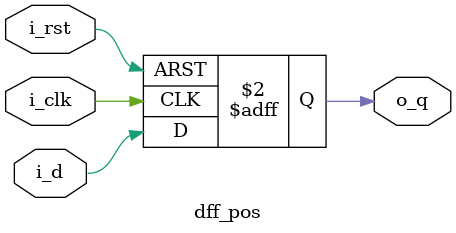
<source format=v>
module dff_pos(
	output reg		o_q,
	input			i_d,
	input			i_clk,
	input 			i_rst
);

	always @(posedge i_clk or posedge i_rst) begin 
		if(i_rst) begin
			o_q <= 1'b0;
		end else begin
			o_q <= i_d;
		end
	end
endmodule

</source>
